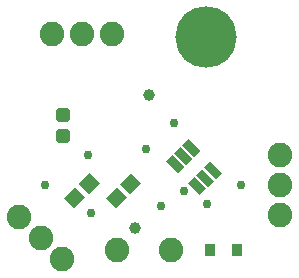
<source format=gbr>
G04 EAGLE Gerber RS-274X export*
G75*
%MOMM*%
%FSLAX34Y34*%
%LPD*%
%INSoldermask Top*%
%IPPOS*%
%AMOC8*
5,1,8,0,0,1.08239X$1,22.5*%
G01*
G04 Define Apertures*
%ADD10C,5.203200*%
%ADD11C,2.082800*%
%ADD12R,0.833200X1.033200*%
%ADD13C,0.505344*%
%ADD14R,0.753200X1.403200*%
%ADD15R,1.303200X1.203200*%
%ADD16C,0.753200*%
%ADD17C,1.003200*%
D10*
X175000Y205000D03*
D11*
X145000Y25000D03*
X100000Y25000D03*
D12*
X201500Y25000D03*
X178500Y25000D03*
D13*
X57490Y124720D02*
X50510Y124720D01*
X57490Y124720D02*
X57490Y117740D01*
X50510Y117740D01*
X50510Y124720D01*
X50510Y122540D02*
X57490Y122540D01*
X57490Y142260D02*
X50510Y142260D01*
X57490Y142260D02*
X57490Y135280D01*
X50510Y135280D01*
X50510Y142260D01*
X50510Y140080D02*
X57490Y140080D01*
D14*
G36*
X154901Y113208D02*
X160227Y118534D01*
X170149Y108612D01*
X164823Y103286D01*
X154901Y113208D01*
G37*
G36*
X148184Y106490D02*
X153510Y111816D01*
X163432Y101894D01*
X158106Y96568D01*
X148184Y106490D01*
G37*
G36*
X141466Y99773D02*
X146792Y105099D01*
X156714Y95177D01*
X151388Y89851D01*
X141466Y99773D01*
G37*
G36*
X159851Y81388D02*
X165177Y86714D01*
X175099Y76792D01*
X169773Y71466D01*
X159851Y81388D01*
G37*
G36*
X173286Y94823D02*
X178612Y100149D01*
X188534Y90227D01*
X183208Y84901D01*
X173286Y94823D01*
G37*
G36*
X166568Y88106D02*
X171894Y93432D01*
X181816Y83510D01*
X176490Y78184D01*
X166568Y88106D01*
G37*
D11*
X44600Y207500D03*
X70000Y207500D03*
X95400Y207500D03*
X237500Y105400D03*
X237500Y80000D03*
X237500Y54600D03*
X52961Y17039D03*
X35000Y35000D03*
X17039Y52961D03*
D15*
G36*
X102149Y80657D02*
X111363Y89871D01*
X119871Y81363D01*
X110657Y72149D01*
X102149Y80657D01*
G37*
G36*
X90129Y68637D02*
X99343Y77851D01*
X107851Y69343D01*
X98637Y60129D01*
X90129Y68637D01*
G37*
G36*
X67149Y80657D02*
X76363Y89871D01*
X84871Y81363D01*
X75657Y72149D01*
X67149Y80657D01*
G37*
G36*
X55129Y68637D02*
X64343Y77851D01*
X72851Y69343D01*
X63637Y60129D01*
X55129Y68637D01*
G37*
D16*
X137000Y62000D03*
X75000Y105000D03*
D17*
X127000Y156000D03*
X115000Y43000D03*
D16*
X78000Y56000D03*
X205000Y80000D03*
X156000Y75000D03*
X176000Y64000D03*
X124000Y110000D03*
X39000Y80000D03*
X148000Y132000D03*
M02*

</source>
